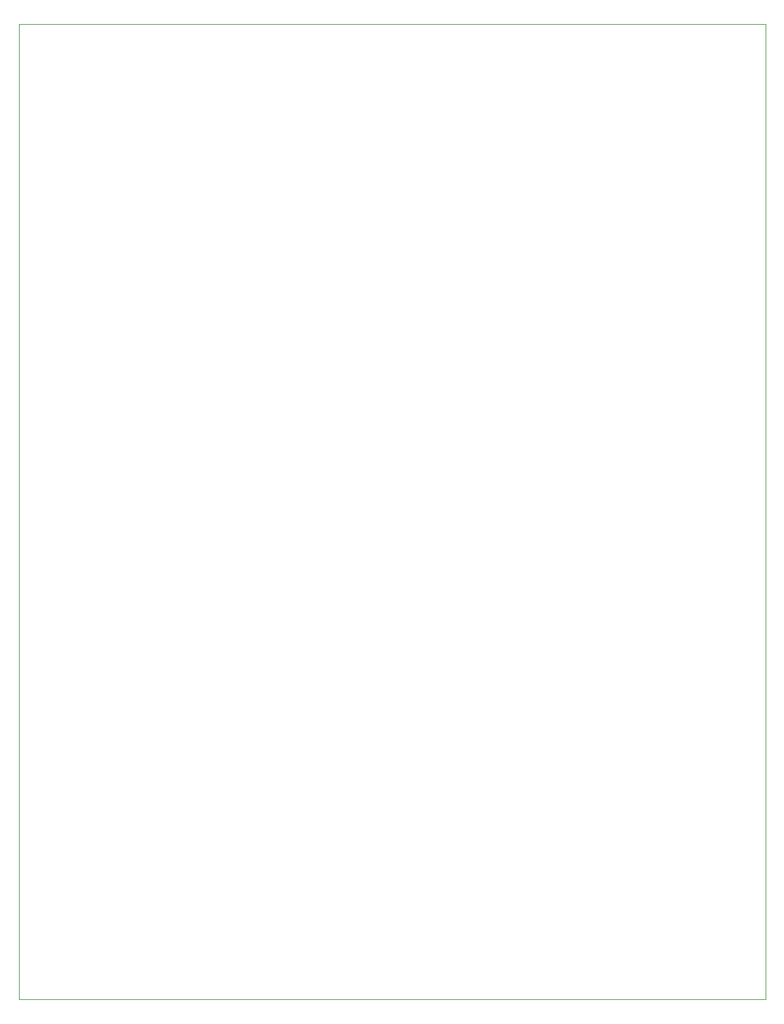
<source format=gbr>
G04 (created by PCBNEW (2013-07-07 BZR 4022)-stable) date 19/03/2022 16:52:54*
%MOIN*%
G04 Gerber Fmt 3.4, Leading zero omitted, Abs format*
%FSLAX34Y34*%
G01*
G70*
G90*
G04 APERTURE LIST*
%ADD10C,0.00590551*%
%ADD11C,0.00393701*%
G04 APERTURE END LIST*
G54D10*
G54D11*
X-9000Y65200D02*
X-9000Y13950D01*
X30250Y65200D02*
X-9000Y65200D01*
X30250Y13950D02*
X30250Y65200D01*
X-9000Y13950D02*
X30250Y13950D01*
M02*

</source>
